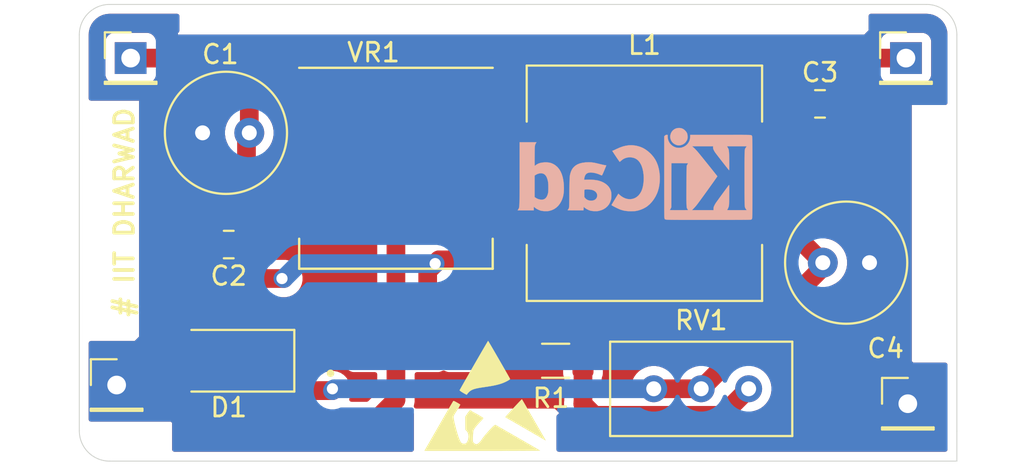
<source format=kicad_pcb>
(kicad_pcb (version 20241229) (generator "pcbnew") (generator_version "9.0")
  (layers (0 "F.Cu" signal) (2 "B.Cu" signal) (13 "F.Paste" user) (15 "B.Paste" user) (5 "F.SilkS" user "F.Silkscreen") (7 "B.SilkS" user "B.Silkscreen") (1 "F.Mask" user) (3 "B.Mask" user) (25 "Edge.Cuts" user))
  (net 0 "")
  (net 1 "Net-(J1-Pin_1)")
  (net 2 "GND")
  (net 3 "Net-(D1-K)")
  (net 4 "Net-(D1-A)")
  (net 5 "Net-(VR1-FB)")
  (footprint "XL6009:DPAK170P1435X465-6N" (layer "F.Cu") (at 151.2 93.37 90)
    (property "Reference" "VR1" (at 8.87 -1.2 180) (layer "F.SilkS"))
    (property "Value" "XL6009")
    (fp_line (start 8.05 -5.18) (end 8.05 5.18) (stroke (width 0.127)) (layer "F.SilkS"))
    (fp_line (start -1.1 -5.18) (end -2.705 -5.18) (stroke (width 0.127)) (layer "F.SilkS"))
    (fp_line (start -2.705 -5.18) (end -2.705 5.18) (stroke (width 0.127)) (layer "F.SilkS"))
    (fp_line (start -1.1 5.18) (end -2.705 5.18) (stroke (width 0.127)) (layer "F.SilkS"))
    (fp_circle (center -8.3 -3.5) (end -8.2 -3.5) (stroke (width 0.2)) (fill no) (layer "F.SilkS"))
    (pad "1" smd rect (at -6.13 -3.4 90) (size 3.21 1.05) (layers "F.Cu" "F.Mask" "F.Paste") (net 2 "GND"))
    (pad "2" smd rect (at -6.13 -1.7 90) (size 3.21 1.05) (layers "F.Cu" "F.Mask" "F.Paste"))
    (pad "3" smd rect (at -6.13 0 90) (size 3.21 1.05) (layers "F.Cu" "F.Mask" "F.Paste") (net 4 "Net-(D1-A)"))
    (pad "4" smd rect (at -6.13 1.7 90) (size 3.21 1.05) (layers "F.Cu" "F.Mask" "F.Paste") (net 1 "Net-(J1-Pin_1)"))
    (pad "5" smd rect (at -6.13 3.4 90) (size 3.21 1.05) (layers "F.Cu" "F.Mask" "F.Paste") (net 5 "Net-(VR1-FB)"))
    (pad "6" smd rect (at 3.5 0 90) (size 8.46 10.53) (layers "F.Cu" "F.Mask") (net 4 "Net-(D1-A)"))
  )
  (footprint "Capacitor_THT:C_Radial_D6.3mm_H11.0mm_P2.50mm" (layer "F.Cu") (at 143.35 88.8 180)
    (property "Reference" "C1" (at 1.55 4.2 0) (layer "F.SilkS"))
    (property "Value" "47uF /50V")
    (fp_circle (center 1.25 0) (end 4.52 0) (stroke (width 0.12)) (fill no) (layer "F.SilkS"))
    (pad "1" thru_hole circle (at 0 0 180) (size 1.6 1.6) (drill 0.8) (layers "*.Cu" "*.Mask") (net 1 "Net-(J1-Pin_1)"))
    (pad "2" thru_hole circle (at 2.5 0 180) (size 1.6 1.6) (drill 0.8) (layers "*.Cu" "*.Mask") (net 2 "GND"))
  )
  (footprint "Potentiometer_THT:Potentiometer_Bourns_3296W_Vertical" (layer "F.Cu") (at 170.08 102.5)
    (property "Reference" "RV1" (at -2.54 -3.66 0) (layer "F.SilkS"))
    (property "Value" "50K")
    (fp_line (start -7.415 -2.52) (end 2.335 -2.52) (stroke (width 0.12)) (layer "F.SilkS"))
    (fp_line (start -7.415 2.53) (end -7.415 -2.52) (stroke (width 0.12)) (layer "F.SilkS"))
    (fp_line (start 2.335 -2.52) (end 2.335 2.53) (stroke (width 0.12)) (layer "F.SilkS"))
    (fp_line (start 2.335 2.53) (end -7.415 2.53) (stroke (width 0.12)) (layer "F.SilkS"))
    (pad "1" thru_hole circle (at 0 0) (size 1.44 1.44) (drill 0.8) (layers "*.Cu" "*.Mask") (net 5 "Net-(VR1-FB)"))
    (pad "2" thru_hole circle (at -2.54 0) (size 1.44 1.44) (drill 0.8) (layers "*.Cu" "*.Mask") (net 3 "Net-(D1-K)"))
    (pad "3" thru_hole circle (at -5.08 0) (size 1.44 1.44) (drill 0.8) (layers "*.Cu" "*.Mask") (net 3 "Net-(D1-K)"))
  )
  (footprint "Connector_PinHeader_2.54mm:PinHeader_1x01_P2.54mm_Vertical" (layer "F.Cu") (at 136.25 102.3)
    (property "Reference" "J2" (hide yes))
    (property "Value" "Conn_01x01_Pin")
    (fp_line (start -1.38 -1.38) (end 0 -1.38) (stroke (width 0.12)) (layer "F.SilkS"))
    (fp_line (start -1.38 0) (end -1.38 -1.38) (stroke (width 0.12)) (layer "F.SilkS"))
    (fp_line (start -1.38 1.27) (end -1.38 1.38) (stroke (width 0.12)) (layer "F.SilkS"))
    (fp_line (start -1.38 1.27) (end 1.38 1.27) (stroke (width 0.12)) (layer "F.SilkS"))
    (fp_line (start -1.38 1.38) (end 1.38 1.38) (stroke (width 0.12)) (layer "F.SilkS"))
    (fp_line (start 1.38 1.27) (end 1.38 1.38) (stroke (width 0.12)) (layer "F.SilkS"))
    (pad "1" thru_hole rect (at 0 0) (size 1.7 1.7) (drill 1) (layers "*.Cu" "*.Mask") (net 2 "GND"))
  )
  (footprint "Resistor_SMD:R_1206_3216Metric" (layer "F.Cu") (at 159.75 101 180)
    (property "Reference" "R1" (at 0.25 -2 0) (layer "F.SilkS"))
    (property "Value" "1K")
    (fp_line (start -0.727064 0.91) (end 0.727064 0.91) (stroke (width 0.12)) (layer "F.SilkS"))
    (fp_line (start -0.727064 -0.91) (end 0.727064 -0.91) (stroke (width 0.12)) (layer "F.SilkS"))
    (pad "1" smd roundrect (at -1.4625 0 180) (size 1.125 1.75) (layers "F.Cu" "F.Mask" "F.Paste") (roundrect_rratio 0.222222) (net 5 "Net-(VR1-FB)"))
    (pad "2" smd roundrect (at 1.4625 0 180) (size 1.125 1.75) (layers "F.Cu" "F.Mask" "F.Paste") (roundrect_rratio 0.222222) (net 2 "GND"))
  )
  (footprint "Diode_SMD:D_SMA" (layer "F.Cu") (at 142.25 101 180)
    (property "Reference" "D1" (at 0 -2.5 0) (layer "F.SilkS"))
    (property "Value" "SS34")
    (fp_line (start -3.51 1.65) (end 2 1.65) (stroke (width 0.12)) (layer "F.SilkS"))
    (fp_line (start -3.51 -1.65) (end 2 -1.65) (stroke (width 0.12)) (layer "F.SilkS"))
    (fp_line (start -3.51 -1.65) (end -3.51 1.65) (stroke (width 0.12)) (layer "F.SilkS"))
    (pad "1" smd roundrect (at -2 0 180) (size 2.5 1.8) (layers "F.Cu" "F.Mask" "F.Paste") (roundrect_rratio 0.1388888889) (net 3 "Net-(D1-K)"))
    (pad "2" smd roundrect (at 2 0 180) (size 2.5 1.8) (layers "F.Cu" "F.Mask" "F.Paste") (roundrect_rratio 0.1388888889) (net 4 "Net-(D1-A)"))
  )
  (footprint "Capacitor_SMD:C_0805_2012Metric" (layer "F.Cu") (at 173.9 87.25)
    (property "Reference" "C3" (at 0 -1.68 0) (layer "F.SilkS"))
    (property "Value" "1uF")
    (fp_line (start -0.261252 -0.735) (end 0.261252 -0.735) (stroke (width 0.12)) (layer "F.SilkS"))
    (fp_line (start -0.261252 0.735) (end 0.261252 0.735) (stroke (width 0.12)) (layer "F.SilkS"))
    (pad "1" smd roundrect (at -0.95 0) (size 1 1.45) (layers "F.Cu" "F.Mask" "F.Paste") (net 3 "Net-(D1-K)"))
    (pad "2" smd roundrect (at 0.95 0) (size 1 1.45) (layers "F.Cu" "F.Mask" "F.Paste") (net 2 "GND"))
  )
  (footprint "Connector_PinHeader_2.54mm:PinHeader_1x01_P2.54mm_Vertical" (layer "F.Cu") (at 178.5 84.8)
    (property "Reference" "J3" (hide yes))
    (property "Value" "Conn_01x01_Pin")
    (fp_line (start -1.38 -1.38) (end 0 -1.38) (stroke (width 0.12)) (layer "F.SilkS"))
    (fp_line (start -1.38 0) (end -1.38 -1.38) (stroke (width 0.12)) (layer "F.SilkS"))
    (fp_line (start -1.38 1.27) (end -1.38 1.38) (stroke (width 0.12)) (layer "F.SilkS"))
    (fp_line (start -1.38 1.27) (end 1.38 1.27) (stroke (width 0.12)) (layer "F.SilkS"))
    (fp_line (start -1.38 1.38) (end 1.38 1.38) (stroke (width 0.12)) (layer "F.SilkS"))
    (fp_line (start 1.38 1.27) (end 1.38 1.38) (stroke (width 0.12)) (layer "F.SilkS"))
    (pad "1" thru_hole rect (at 0 0) (size 1.7 1.7) (drill 1) (layers "*.Cu" "*.Mask") (net 3 "Net-(D1-K)"))
  )
  (footprint "Capacitor_SMD:C_0805_2012Metric" (layer "F.Cu") (at 142.25 94.78 180)
    (property "Reference" "C2" (at 0 -1.68 0) (layer "F.SilkS"))
    (property "Value" "1uF")
    (fp_line (start -0.261252 0.735) (end 0.261252 0.735) (stroke (width 0.12)) (layer "F.SilkS"))
    (fp_line (start -0.261252 -0.735) (end 0.261252 -0.735) (stroke (width 0.12)) (layer "F.SilkS"))
    (pad "1" smd roundrect (at -0.95 0 180) (size 1 1.45) (layers "F.Cu" "F.Mask" "F.Paste") (net 1 "Net-(J1-Pin_1)"))
    (pad "2" smd roundrect (at 0.95 0 180) (size 1 1.45) (layers "F.Cu" "F.Mask" "F.Paste") (net 2 "GND"))
  )
  (footprint "Capacitor_THT:C_Radial_D6.3mm_H11.0mm_P2.50mm" (layer "F.Cu") (at 174.05 95.75)
    (property "Reference" "C4" (at 3.36 4.59 0) (layer "F.SilkS"))
    (property "Value" "220uF /50V")
    (fp_circle (center 1.25 0) (end 4.52 0) (stroke (width 0.12)) (fill no) (layer "F.SilkS"))
    (pad "1" thru_hole circle (at 0 0) (size 1.6 1.6) (drill 0.8) (layers "*.Cu" "*.Mask") (net 3 "Net-(D1-K)"))
    (pad "2" thru_hole circle (at 2.5 0) (size 1.6 1.6) (drill 0.8) (layers "*.Cu" "*.Mask") (net 2 "GND"))
  )
  (footprint "Connector_PinHeader_2.54mm:PinHeader_1x01_P2.54mm_Vertical" (layer "F.Cu") (at 137 84.8)
    (property "Reference" "J1" (hide yes))
    (property "Value" "Conn_01x01_Pin")
    (fp_line (start -1.38 -1.38) (end 0 -1.38) (stroke (width 0.12)) (layer "F.SilkS"))
    (fp_line (start -1.38 0) (end -1.38 -1.38) (stroke (width 0.12)) (layer "F.SilkS"))
    (fp_line (start -1.38 1.27) (end -1.38 1.38) (stroke (width 0.12)) (layer "F.SilkS"))
    (fp_line (start -1.38 1.27) (end 1.38 1.27) (stroke (width 0.12)) (layer "F.SilkS"))
    (fp_line (start -1.38 1.38) (end 1.38 1.38) (stroke (width 0.12)) (layer "F.SilkS"))
    (fp_line (start 1.38 1.27) (end 1.38 1.38) (stroke (width 0.12)) (layer "F.SilkS"))
    (pad "1" thru_hole rect (at 0 0) (size 1.7 1.7) (drill 1) (layers "*.Cu" "*.Mask") (net 1 "Net-(J1-Pin_1)"))
  )
  (footprint "Symbol:ESD-Logo_6.6x6mm_SilkScreen" (layer "F.Cu") (at 155.97824 102.864512)
    (property "Reference" "REF**" (hide yes))
    (property "Value" "ESD-Logo_6.6x6mm_SilkScreen" (hide yes))
    (fp_poly (pts (xy 1.987528 0.234619) (xy 1.998908 0.253693) (xy 2.024488 0.297421) (xy 2.063002 0.363619) (xy 2.113186 0.450102) (xy 2.173775 0.554685) (xy 2.243503 0.675183) (xy 2.321107 0.809412) (xy 2.40532 0.955187) (xy 2.494879 1.110323) (xy 2.586998 1.27) (xy 2.681076 1.433117) (xy 2.771402 1.589709) (xy 2.856665 1.737506) (xy 2.935557 1.87424) (xy 3.006769 1.997642) (xy 3.068991 2.105444) (xy 3.120913 2.195377) (xy 3.161228 2.265173) (xy 3.188624 2.312564) (xy 3.201507 2.334786) (xy 3.222507 2.37233) (xy 3.233925 2.395831) (xy 3.234551 2.39992) (xy 3.220636 2.392242) (xy 3.181941 2.370203) (xy 3.120487 2.334971) (xy 3.038298 2.287711) (xy 2.937396 2.229589) (xy 2.819805 2.161771) (xy 2.687546 2.085424) (xy 2.542642 2.001714) (xy 2.387117 1.911806) (xy 2.222992 1.816867) (xy 2.160549 1.780732) (xy 1.993487 1.684083) (xy 1.834074 1.591938) (xy 1.684355 1.505475) (xy 1.546376 1.425871) (xy 1.422185 1.354305) (xy 1.313827 1.291955) (xy 1.223348 1.239998) (xy 1.152796 1.199613) (xy 1.104215 1.171978) (xy 1.079654 1.158272) (xy 1.077085 1.156974) (xy 1.084569 1.14522) (xy 1.110614 1.113795) (xy 1.152559 1.065594) (xy 1.207746 1.00351) (xy 1.273517 0.930439) (xy 1.347212 0.849276) (xy 1.426173 0.762916) (xy 1.50774 0.674253) (xy 1.589254 0.586182) (xy 1.668057 0.501599) (xy 1.74149 0.423397) (xy 1.806893 0.354472) (xy 1.861608 0.297719) (xy 1.902977 0.256032) (xy 1.917164 0.242363) (xy 1.96418 0.198201) (xy 1.987528 0.234619)) (stroke (width 0.01)) (fill yes) (layer "F.SilkS"))
    (fp_poly (pts (xy 0.164043 -2.914165) (xy 0.187065 -2.876755) (xy 0.222534 -2.817486) (xy 0.268996 -2.738882) (xy 0.324996 -2.643462) (xy 0.389081 -2.53375) (xy 0.459796 -2.412266) (xy 0.535687 -2.281532) (xy 0.615299 -2.14407) (xy 0.697178 -2.002402) (xy 0.77987 -1.859049) (xy 0.861921 -1.716533) (xy 0.941876 -1.577376) (xy 1.018281 -1.444099) (xy 1.089682 -1.319224) (xy 1.154624 -1.205273) (xy 1.211653 -1.104767) (xy 1.259315 -1.020228) (xy 1.296155 -0.954178) (xy 1.32072 -0.909138) (xy 1.331554 -0.88763) (xy 1.331951 -0.886286) (xy 1.318501 -0.868035) (xy 1.281114 -0.840118) (xy 1.224235 -0.805275) (xy 1.152312 -0.766246) (xy 1.077015 -0.729157) (xy 0.97456 -0.684183) (xy 0.866817 -0.643774) (xy 0.750073 -0.607031) (xy 0.620618 -0.573058) (xy 0.47474 -0.540956) (xy 0.308726 -0.509827) (xy 0.118866 -0.478773) (xy -0.077531 -0.449855) (xy -0.248166 -0.4242) (xy -0.391455 -0.398802) (xy -0.510992 -0.372398) (xy -0.61037 -0.343727) (xy -0.693182 -0.311527) (xy -0.763022 -0.274535) (xy -0.823482 -0.231488) (xy -0.878155 -0.181125) (xy -0.895786 -0.162417) (xy -0.934 -0.118861) (xy -0.962268 -0.083318) (xy -0.975382 -0.062417) (xy -0.975732 -0.060703) (xy -0.98032 -0.050194) (xy -0.996242 -0.050076) (xy -1.026734 -0.061746) (xy -1.075032 -0.086604) (xy -1.144373 -0.126048) (xy -1.192561 -0.154413) (xy -1.264417 -0.198753) (xy -1.320258 -0.236721) (xy -1.356333 -0.265584) (xy -1.368887 -0.282612) (xy -1.368879 -0.282736) (xy -1.361094 -0.298963) (xy -1.339108 -0.3396) (xy -1.304197 -0.402433) (xy -1.257637 -0.485248) (xy -1.200705 -0.585828) (xy -1.134677 -0.70196) (xy -1.060828 -0.831429) (xy -0.980436 -0.97202) (xy -0.894776 -1.121518) (xy -0.805124 -1.277708) (xy -0.712757 -1.438376) (xy -0.618951 -1.601307) (xy -0.524982 -1.764287) (xy -0.432126 -1.9251) (xy -0.34166 -2.081532) (xy -0.254859 -2.231367) (xy -0.173 -2.372392) (xy -0.097359 -2.502391) (xy -0.029213 -2.619151) (xy 0.030163 -2.720455) (xy 0.079493 -2.804089) (xy 0.1175 -2.867838) (xy 0.142907 -2.909489) (xy 0.15444 -2.926825) (xy 0.154923 -2.927195) (xy 0.164043 -2.914165)) (stroke (width 0.01)) (fill yes) (layer "F.SilkS"))
    (fp_poly (pts (xy -1.677906 0.291158) (xy -1.645381 0.303736) (xy -1.595807 0.328712) (xy -1.524626 0.367876) (xy -1.519084 0.370988) (xy -1.453526 0.408476) (xy -1.398202 0.441319) (xy -1.358545 0.466205) (xy -1.339988 0.47982) (xy -1.339469 0.480487) (xy -1.343952 0.49939) (xy -1.364514 0.541605) (xy -1.399817 0.604832) (xy -1.44852 0.686772) (xy -1.509282 0.785122) (xy -1.580764 0.897585) (xy -1.598555 0.925165) (xy -1.644907 1.001699) (xy -1.678658 1.067556) (xy -1.696847 1.116782) (xy -1.698714 1.126507) (xy -1.697885 1.169312) (xy -1.688606 1.237209) (xy -1.672032 1.325843) (xy -1.64932 1.430859) (xy -1.621627 1.547902) (xy -1.59011 1.672616) (xy -1.555925 1.800645) (xy -1.520229 1.927634) (xy -1.484179 2.049228) (xy -1.448932 2.161072) (xy -1.415644 2.25881) (xy -1.385472 2.338087) (xy -1.364439 2.385122) (xy -1.339663 2.435225) (xy -1.31627 2.483168) (xy -1.315003 2.485793) (xy -1.276301 2.53422) (xy -1.219816 2.566828) (xy -1.154061 2.582454) (xy -1.087549 2.579937) (xy -1.028795 2.558114) (xy -0.995742 2.529382) (xy -0.948141 2.450583) (xy -0.913261 2.352378) (xy -0.894123 2.244779) (xy -0.891412 2.18378) (xy -0.90233 2.069935) (xy -0.934376 1.97566) (xy -0.989274 1.896379) (xy -1.006393 1.878733) (xy -1.057339 1.829235) (xy -1.060837 1.479362) (xy -1.064336 1.129489) (xy -0.975182 0.994531) (xy -0.933346 0.933445) (xy -0.893055 0.878493) (xy -0.860057 0.837336) (xy -0.845874 0.822192) (xy -0.805719 0.78481) (xy -0.751335 0.814098) (xy -0.716961 0.835084) (xy -0.698154 0.851378) (xy -0.696951 0.854307) (xy -0.684097 0.866728) (xy -0.662104 0.875977) (xy -0.64085 0.884313) (xy -0.608306 0.900149) (xy -0.561678 0.925033) (xy -0.498171 0.960509) (xy -0.414992 1.008123) (xy -0.309347 1.069422) (xy -0.251938 1.102932) (xy -0.184406 1.143071) (xy -0.140115 1.171659) (xy -0.115145 1.192039) (xy -0.105577 1.207553) (xy -0.107492 1.221546) (xy -0.109089 1.224796) (xy -0.124624 1.245266) (xy -0.157864 1.283665) (xy -0.204938 1.335696) (xy -0.261972 1.397066) (xy -0.3113 1.44909) (xy -0.42497 1.572567) (xy -0.513895 1.679591) (xy -0.578866 1.77124) (xy -0.620679 1.848588) (xy -0.634783 1.887866) (xy -0.640608 1.922249) (xy -0.646625 1.980899) (xy -0.652304 2.057117) (xy -0.657116 2.144202) (xy -0.659381 2.199268) (xy -0.662541 2.294464) (xy -0.663931 2.364062) (xy -0.663142 2.413409) (xy -0.659765 2.447854) (xy -0.653392 2.472743) (xy -0.643613 2.493425) (xy -0.635933 2.506053) (xy -0.591579 2.554726) (xy -0.534426 2.588645) (xy -0.474292 2.603438) (xy -0.429227 2.598086) (xy -0.388424 2.57493) (xy -0.337276 2.533462) (xy -0.282958 2.480912) (xy -0.232643 2.424516) (xy -0.193506 2.371505) (xy -0.179095 2.345889) (xy -0.157509 2.310814) (xy -0.118247 2.257389) (xy -0.064898 2.189789) (xy -0.001048 2.11219) (xy 0.069715 2.028768) (xy 0.143804 1.943698) (xy 0.217632 1.861155) (xy 0.287611 1.785316) (xy 0.350155 1.720356) (xy 0.39926 1.672669) (xy 0.453779 1.625032) (xy 0.499642 1.589908) (xy 0.531811 1.570949) (xy 0.542489 1.568864) (xy 0.558853 1.577274) (xy 0.599671 1.599846) (xy 0.662586 1.635224) (xy 0.745244 1.682054) (xy 0.845289 1.738981) (xy 0.960366 1.804649) (xy 1.088119 1.877703) (xy 1.226194 1.956788) (xy 1.372234 2.040548) (xy 1.523884 2.127629) (xy 1.67879 2.216676) (xy 1.834595 2.306332) (xy 1.988944 2.395243) (xy 2.139482 2.482054) (xy 2.283854 2.565409) (xy 2.419704 2.643954) (xy 2.544677 2.716333) (xy 2.656417 2.78119) (xy 2.75257 2.837171) (xy 2.830779 2.88292) (xy 2.888689 2.917083) (xy 2.923946 2.938304) (xy 2.934165 2.944963) (xy 2.920402 2.94628) (xy 2.877104 2.947559) (xy 2.805714 2.948796) (xy 2.707673 2.949983) (xy 2.584422 2.951115) (xy 2.437403 2.952186) (xy 2.268057 2.953189) (xy 2.077826 2.954119) (xy 1.868151 2.954968) (xy 1.640473 2.955732) (xy 1.396235 2.956403) (xy 1.136877 2.956976) (xy 0.863841 2.957444) (xy 0.578568 2.957802) (xy 0.2825 2.958042) (xy -0.022921 2.958159) (xy -0.151076 2.958171) (xy -3.25103 2.958171) (xy -3.029947 2.574847) (xy -2.983144 2.49368) (xy -2.922898 2.389166) (xy -2.851222 2.264801) (xy -2.770131 2.124082) (xy -2.681638 1.970503) (xy -2.58776 1.807562) (xy -2.490509 1.638754) (xy -2.3919 1.467575) (xy -2.293947 1.297521) (xy -2.269175 1.254512) (xy -2.178848 1.097857) (xy -2.092711 0.948803) (xy -2.012058 0.809568) (xy -1.938184 0.682371) (xy -1.872383 0.569432) (xy -1.81595 0.472968) (xy -1.770179 0.3952) (xy -1.736365 0.338346) (xy -1.715802 0.304625) (xy -1.710047 0.29604) (xy -1.697942 0.289189) (xy -1.677906 0.291158)) (stroke (width 0.01)) (fill yes) (layer "F.SilkS"))
  )
  (footprint "Inductor_SMD:L_12x12mm_H8mm" (layer "F.Cu") (at 164.5 91.5)
    (property "Reference" "L1" (at 0 -7.4 0) (layer "F.SilkS"))
    (property "Value" "33uH")
    (fp_line (start -6.3 -6.3) (end 6.3 -6.3) (stroke (width 0.12)) (layer "F.SilkS"))
    (fp_line (start -6.3 -3.3) (end -6.3 -6.3) (stroke (width 0.12)) (layer "F.SilkS"))
    (fp_line (start -6.3 6.3) (end -6.3 3.3) (stroke (width 0.12)) (layer "F.SilkS"))
    (fp_line (start 6.3 -6.3) (end 6.3 -3.3) (stroke (width 0.12)) (layer "F.SilkS"))
    (fp_line (start 6.3 3.3) (end 6.3 6.3) (stroke (width 0.12)) (layer "F.SilkS"))
    (fp_line (start 6.3 6.3) (end -6.3 6.3) (stroke (width 0.12)) (layer "F.SilkS"))
    (pad "1" smd rect (at -4.95 0) (size 2.9 5.4) (layers "F.Cu" "F.Mask" "F.Paste") (net 1 "Net-(J1-Pin_1)"))
    (pad "2" smd rect (at 4.95 0) (size 2.9 5.4) (layers "F.Cu" "F.Mask" "F.Paste") (net 4 "Net-(D1-A)"))
  )
  (footprint "Connector_PinHeader_2.54mm:PinHeader_1x01_P2.54mm_Vertical" (layer "F.Cu") (at 178.6 103.3)
    (property "Reference" "J4" (hide yes))
    (property "Value" "Conn_01x01_Pin")
    (fp_line (start -1.38 -1.38) (end 0 -1.38) (stroke (width 0.12)) (layer "F.SilkS"))
    (fp_line (start -1.38 0) (end -1.38 -1.38) (stroke (width 0.12)) (layer "F.SilkS"))
    (fp_line (start -1.38 1.27) (end -1.38 1.38) (stroke (width 0.12)) (layer "F.SilkS"))
    (fp_line (start -1.38 1.27) (end 1.38 1.27) (stroke (width 0.12)) (layer "F.SilkS"))
    (fp_line (start -1.38 1.38) (end 1.38 1.38) (stroke (width 0.12)) (layer "F.SilkS"))
    (fp_line (start 1.38 1.27) (end 1.38 1.38) (stroke (width 0.12)) (layer "F.SilkS"))
    (pad "1" thru_hole rect (at 0 0) (size 1.7 1.7) (drill 1) (layers "*.Cu" "*.Mask") (net 2 "GND"))
  )
  (footprint "Symbol:KiCad-Logo_5mm_SilkScreen" (layer "B.Cu") (at 164.005698 91.517938 180)
    (property "Reference" "REF**" (hide yes))
    (property "Value" "KiCad-Logo_5mm_SilkScreen" (hide yes))
    (fp_poly (pts (xy -2.273043 2.973429) (xy -2.176768 2.949191) (xy -2.090184 2.906359) (xy -2.015373 2.846581) (xy -1.954418 2.771506) (xy -1.909399 2.68278) (xy -1.883136 2.58647) (xy -1.877286 2.489205) (xy -1.89214 2.395346) (xy -1.92584 2.307489) (xy -1.976528 2.22823) (xy -2.042345 2.160164) (xy -2.121434 2.105888) (xy -2.211934 2.067998) (xy -2.2632 2.055574) (xy -2.307698 2.048053) (xy -2.341999 2.045081) (xy -2.37496 2.046906) (xy -2.415434 2.053775) (xy -2.448531 2.06075) (xy -2.541947 2.092259) (xy -2.625619 2.143383) (xy -2.697665 2.212571) (xy -2.7562 2.298272) (xy -2.770148 2.325511) (xy -2.786586 2.361878) (xy -2.796894 2.392418) (xy -2.80246 2.42455) (xy -2.804669 2.465693) (xy -2.804948 2.511778) (xy -2.800861 2.596135) (xy -2.787446 2.665414) (xy -2.762256 2.726039) (xy -2.722846 2.784433) (xy -2.684298 2.828698) (xy -2.612406 2.894516) (xy -2.537313 2.939947) (xy -2.454562 2.96715) (xy -2.376928 2.977424) (xy -2.273043 2.973429)) (stroke (width 0.01)) (fill yes) (layer "B.SilkS"))
    (fp_poly (pts (xy 0.328429 2.050929) (xy 0.48857 2.029755) (xy 0.65251 1.989615) (xy 0.822313 1.930111) (xy 1.000043 1.850846) (xy 1.01131 1.845301) (xy 1.069005 1.817275) (xy 1.120552 1.793198) (xy 1.162191 1.774751) (xy 1.190162 1.763614) (xy 1.199733 1.761067) (xy 1.21895 1.756059) (xy 1.223561 1.751853) (xy 1.218458 1.74142) (xy 1.202418 1.715132) (xy 1.177288 1.675743) (xy 1.144914 1.626009) (xy 1.107143 1.568685) (xy 1.065822 1.506524) (xy 1.022798 1.442282) (xy 0.979917 1.378715) (xy 0.939026 1.318575) (xy 0.901971 1.26462) (xy 0.8706 1.219603) (xy 0.846759 1.186279) (xy 0.832294 1.167403) (xy 0.830309 1.165213) (xy 0.820191 1.169862) (xy 0.79785 1.187038) (xy 0.76728 1.21356) (xy 0.751536 1.228036) (xy 0.655047 1.303318) (xy 0.548336 1.358759) (xy 0.432832 1.393859) (xy 0.309962 1.40812) (xy 0.240561 1.406949) (xy 0.119423 1.389788) (xy 0.010205 1.353906) (xy -0.087418 1.299041) (xy -0.173772 1.22493) (xy -0.249185 1.131312) (xy -0.313982 1.017924) (xy -0.351399 0.931333) (xy -0.395252 0.795634) (xy -0.427572 0.64815) (xy -0.448443 0.492686) (xy -0.457949 0.333044) (xy -0.456173 0.173027) (xy -0.443197 0.016439) (xy -0.419106 -0.132918) (xy -0.383982 -0.27124) (xy -0.337908 -0.394724) (xy -0.321627 -0.428978) (xy -0.25338 -0.543064) (xy -0.172921 -0.639557) (xy -0.08143 -0.71767) (xy 0.019911 -0.776617) (xy 0.12992 -0.815612) (xy 0.247415 -0.833868) (xy 0.288883 -0.835211) (xy 0.410441 -0.82429) (xy 0.530878 -0.791474) (xy 0.648666 -0.737439) (xy 0.762277 -0.662865) (xy 0.853685 -0.584539) (xy 0.900215 -0.540008) (xy 1.081483 -0.837271) (xy 1.12658 -0.911433) (xy 1.167819 -0.979646) (xy 1.203735 -1.039459) (xy 1.232866 -1.08842) (xy 1.25375 -1.124079) (xy 1.264924 -1.143984) (xy 1.266375 -1.147079) (xy 1.258146 -1.156718) (xy 1.232567 -1.173999) (xy 1.192873 -1.197283) (xy 1.142297 -1.224934) (xy 1.084074 -1.255315) (xy 1.021437 -1.28679) (xy 0.957621 -1.317722) (xy 0.89586 -1.346473) (xy 0.839388 -1.371408) (xy 0.791438 -1.390889) (xy 0.767986 -1.399318) (xy 0.634221 -1.437133) (xy 0.496327 -1.462136) (xy 0.348622 -1.47514) (xy 0.221833 -1.477468) (xy 0.153878 -1.476373) (xy 0.088277 -1.474275) (xy 0.030847 -1.471434) (xy -0.012597 -1.468106) (xy -0.026702 -1.466422) (xy -0.165716 -1.437587) (xy -0.307243 -1.392468) (xy -0.444725 -1.33375) (xy -0.571606 -1.26412) (xy -0.649111 -1.211441) (xy -0.776519 -1.103239) (xy -0.894822 -0.976671) (xy -1.001828 -0.834866) (xy -1.095348 -0.680951) (xy -1.17319 -0.518053) (xy -1.217044 -0.400756) (xy -1.267292 -0.217128) (xy -1.300791 -0.022581) (xy -1.317551 0.178675) (xy -1.317584 0.382432) (xy -1.300899 0.584479) (xy -1.267507 0.780608) (xy -1.21742 0.966609) (xy -1.213603 0.978197) (xy -1.150719 1.14025) (xy -1.073972 1.288168) (xy -0.980758 1.426135) (xy -0.868473 1.558339) (xy -0.824608 1.603601) (xy -0.688466 1.727543) (xy -0.548509 1.830085) (xy -0.402589 1.912344) (xy -0.248558 1.975436) (xy -0.084268 2.020477) (xy 0.011289 2.037967) (xy 0.170023 2.053534) (xy 0.328429 2.050929)) (stroke (width 0.01)) (fill yes) (layer "B.SilkS"))
    (fp_poly (pts (xy 6.186507 0.527755) (xy 6.186526 0.293338) (xy 6.186552 0.080397) (xy 6.186625 -0.112168) (xy 6.186782 -0.285459) (xy 6.187064 -0.440576) (xy 6.187509 -0.57862) (xy 6.188156 -0.700692) (xy 6.189045 -0.807894) (xy 6.190213 -0.901326) (xy 6.191701 -0.98209) (xy 6.193546 -1.051286) (xy 6.195789 -1.110015) (xy 6.198469 -1.159379) (xy 6.201623 -1.200478) (xy 6.205292 -1.234413) (xy 6.209513 -1.262286) (xy 6.214327 -1.285198) (xy 6.219773 -1.304249) (xy 6.225888 -1.32054) (xy 6.232712 -1.335173) (xy 6.240285 -1.349249) (xy 6.248645 -1.363868) (xy 6.253839 -1.372974) (xy 6.288104 -1.433689) (xy 5.429955 -1.433689) (xy 5.429955 -1.337733) (xy 5.429224 -1.29437) (xy 5.427272 -1.261205) (xy 5.424463 -1.243424) (xy 5.423221 -1.241778) (xy 5.411799 -1.248662) (xy 5.389084 -1.266505) (xy 5.366385 -1.285879) (xy 5.3118 -1.326614) (xy 5.242321 -1.367617) (xy 5.16527 -1.405123) (xy 5.087965 -1.435364) (xy 5.057113 -1.445012) (xy 4.988616 -1.459578) (xy 4.905764 -1.469539) (xy 4.816371 -1.474583) (xy 4.728248 -1.474396) (xy 4.649207 -1.468666) (xy 4.611511 -1.462858) (xy 4.473414 -1.424797) (xy 4.346113 -1.367073) (xy 4.230292 -1.290211) (xy 4.126637 -1.194739) (xy 4.035833 -1.081179) (xy 3.969031 -0.970381) (xy 3.914164 -0.853625) (xy 3.872163 -0.734276) (xy 3.842167 -0.608283) (xy 3.823311 -0.471594) (xy 3.814732 -0.320158) (xy 3.814006 -0.242711) (xy 3.8161 -0.185934) (xy 4.645217 -0.185934) (xy 4.645424 -0.279002) (xy 4.648337 -0.366692) (xy 4.654 -0.443772) (xy 4.662455 -0.505009) (xy 4.665038 -0.51735) (xy 4.69684 -0.624633) (xy 4.738498 -0.711658) (xy 4.790363 -0.778642) (xy 4.852781 -0.825805) (xy 4.9261 -0.853365) (xy 5.010669 -0.861541) (xy 5.106835 -0.850551) (xy 5.170311 -0.834829) (xy 5.219454 -0.816639) (xy 5.273583 -0.790791) (xy 5.314244 -0.767089) (xy 5.3848 -0.720721) (xy 5.3848 0.42947) (xy 5.317392 0.473038) (xy 5.238867 0.51396) (xy 5.154681 0.540611) (xy 5.069557 0.552535) (xy 4.988216 0.549278) (xy 4.91538 0.530385) (xy 4.883426 0.514816) (xy 4.825501 0.471819) (xy 4.776544 0.415047) (xy 4.73539 0.342425) (xy 4.700874 0.251879) (xy 4.671833 0.141334) (xy 4.670552 0.135467) (xy 4.660381 0.073212) (xy 4.652739 -0.004594) (xy 4.64767 -0.09272) (xy 4.645217 -0.185934) (xy 3.8161 -0.185934) (xy 3.821857 -0.029895) (xy 3.843802 0.165941) (xy 3.879786 0.344668) (xy 3.929759 0.506155) (xy 3.993668 0.650274) (xy 4.071462 0.776894) (xy 4.163089 0.885885) (xy 4.268497 0.977117) (xy 4.313662 1.008068) (xy 4.414611 1.064215) (xy 4.517901 1.103826) (xy 4.627989 1.127986) (xy 4.74933 1.137781) (xy 4.841836 1.136735) (xy 4.97149 1.125769) (xy 5.084084 1.103954) (xy 5.182875 1.070286) (xy 5.271121 1.023764) (xy 5.319986 0.989552) (xy 5.349353 0.967638) (xy 5.371043 0.952667) (xy 5.379253 0.948267) (xy 5.380868 0.959096) (xy 5.382159 0.989749) (xy 5.383138 1.037474) (xy 5.383817 1.099521) (xy 5.38421 1.173138) (xy 5.38433 1.255573) (xy 5.384188 1.344075) (xy 5.383797 1.435893) (xy 5.383171 1.528276) (xy 5.38232 1.618472) (xy 5.38126 1.703729) (xy 5.380001 1.781297) (xy 5.378556 1.848424) (xy 5.376938 1.902359) (xy 5.375161 1.94035) (xy 5.374669 1.947333) (xy 5.367092 2.017749) (xy 5.355531 2.072898) (xy 5.337792 2.120019) (xy 5.311682 2.166353) (xy 5.305415 2.175933) (xy 5.280983 2.212622) (xy 6.186311 2.212622) (xy 6.186507 0.527755)) (stroke (width 0.01)) (fill yes) (layer "B.SilkS"))
    (fp_poly (pts (xy 2.673574 1.133448) (xy 2.825492 1.113433) (xy 2.960756 1.079798) (xy 3.080239 1.032275) (xy 3.184815 0.970595) (xy 3.262424 0.907035) (xy 3.331265 0.832901) (xy 3.385006 0.753129) (xy 3.42791 0.660909) (xy 3.443384 0.617839) (xy 3.456244 0.578858) (xy 3.467446 0.542711) (xy 3.47712 0.507566) (xy 3.485396 0.47159) (xy 3.492403 0.43295) (xy 3.498272 0.389815) (xy 3.503131 0.340351) (xy 3.50711 0.282727) (xy 3.51034 0.215109) (xy 3.512949 0.135666) (xy 3.515067 0.042564) (xy 3.516824 -0.066027) (xy 3.518349 -0.191942) (xy 3.519772 -0.337012) (xy 3.521025 -0.479778) (xy 3.522351 -0.635968) (xy 3.523556 -0.771239) (xy 3.524766 -0.887246) (xy 3.526106 -0.985645) (xy 3.5277 -1.068093) (xy 3.529675 -1.136246) (xy 3.532156 -1.19176) (xy 3.535269 -1.236292) (xy 3.539138 -1.271498) (xy 3.543889 -1.299034) (xy 3.549648 -1.320556) (xy 3.556539 -1.337722) (xy 3.564689 -1.352186) (xy 3.574223 -1.365606) (xy 3.585266 -1.379638) (xy 3.589566 -1.385071) (xy 3.605386 -1.40791) (xy 3.612422 -1.423463) (xy 3.612444 -1.423922) (xy 3.601567 -1.426121) (xy 3.570582 -1.428147) (xy 3.521957 -1.429942) (xy 3.458163 -1.431451) (xy 3.381669 -1.432616) (xy 3.294944 -1.43338) (xy 3.200457 -1.433686) (xy 3.18955 -1.433689) (xy 2.766657 -1.433689) (xy 2.763395 -1.337622) (xy 2.760133 -1.241556) (xy 2.698044 -1.292543) (xy 2.600714 -1.360057) (xy 2.490813 -1.414749) (xy 2.404349 -1.444978) (xy 2.335278 -1.459666) (xy 2.251925 -1.469659) (xy 2.162159 -1.474646) (xy 2.073845 -1.474313) (xy 1.994851 -1.468351) (xy 1.958622 -1.462638) (xy 1.818603 -1.424776) (xy 1.692178 -1.369932) (xy 1.58026 -1.298924) (xy 1.483762 -1.212568) (xy 1.4036 -1.111679) (xy 1.340687 -0.997076) (xy 1.296312 -0.870984) (xy 1.283978 -0.814401) (xy 1.276368 -0.752202) (xy 1.272739 -0.677363) (xy 1.272245 -0.643467) (xy 1.27231 -0.640282) (xy 2.032248 -0.640282) (xy 2.041541 -0.715333) (xy 2.069728 -0.77916) (xy 2.118197 -0.834798) (xy 2.123254 -0.839211) (xy 2.171548 -0.874037) (xy 2.223257 -0.89662) (xy 2.283989 -0.90854) (xy 2.359352 -0.911383) (xy 2.377459 -0.910978) (xy 2.431278 -0.908325) (xy 2.471308 -0.902909) (xy 2.506324 -0.892745) (xy 2.545103 -0.87585) (xy 2.555745 -0.870672) (xy 2.616396 -0.834844) (xy 2.663215 -0.792212) (xy 2.675952 -0.776973) (xy 2.720622 -0.720462) (xy 2.720622 -0.524586) (xy 2.720086 -0.445939) (xy 2.718396 -0.387988) (xy 2.715428 -0.348875) (xy 2.711057 -0.326741) (xy 2.706972 -0.320274) (xy 2.691047 -0.317111) (xy 2.657264 -0.314488) (xy 2.61034 -0.312655) (xy 2.554993 -0.311857) (xy 2.546106 -0.311842) (xy 2.42533 -0.317096) (xy 2.32266 -0.333263) (xy 2.236106 -0.360961) (xy 2.163681 -0.400808) (xy 2.108751 -0.447758) (xy 2.064204 -0.505645) (xy 2.03948 -0.568693) (xy 2.032248 -0.640282) (xy 1.27231 -0.640282) (xy 1.274178 -0.549712) (xy 1.282522 -0.470812) (xy 1.298768 -0.39959) (xy 1.324405 -0.328864) (xy 1.348401 -0.276493) (xy 1.40702 -0.181196) (xy 1.485117 -0.09317) (xy 1.580315 -0.014017) (xy 1.690238 0.05466) (xy 1.81251 0.111259) (xy 1.944755 0.154179) (xy 2.009422 0.169118) (xy 2.145604 0.191223) (xy 2.294049 0.205806) (xy 2.445505 0.212187) (xy 2.572064 0.210555) (xy 2.73395 0.203776) (xy 2.72653 0.262755) (xy 2.707238 0.361908) (xy 2.676104 0.442628) (xy 2.632269 0.505534) (xy 2.574871 0.551244) (xy 2.503048 0.580378) (xy 2.415941 0.593553) (xy 2.312686 0.591389) (xy 2.274711 0.587388) (xy 2.13352 0.56222) (xy 1.996707 0.521186) (xy 1.902178 0.483185) (xy 1.857018 0.46381) (xy 1.818585 0.44824) (xy 1.792234 0.438595) (xy 1.784546 0.436548) (xy 1.774802 0.445626) (xy 1.758083 0.474595) (xy 1.734232 0.523783) (xy 1.703093 0.593516) (xy 1.664507 0.684121) (xy 1.65791 0.699911) (xy 1.627853 0.772228) (xy 1.600874 0.837575) (xy 1.578136 0.893094) (xy 1.560806 0.935928) (xy 1.550048 0.963219) (xy 1.546941 0.972058) (xy 1.55694 0.976813) (xy 1.583217 0.98209) (xy 1.611489 0.985769) (xy 1.641646 0.990526) (xy 1.689433 0.999972) (xy 1.750612 1.01318) (xy 1.820946 1.029224) (xy 1.896194 1.04718) (xy 1.924755 1.054203) (xy 2.029816 1.079791) (xy 2.11748 1.099853) (xy 2.192068 1.115031) (xy 2.257903 1.125965) (xy 2.319307 1.133296) (xy 2.380602 1.137665) (xy 2.44611 1.139713) (xy 2.504128 1.140111) (xy 2.673574 1.133448)) (stroke (width 0.01)) (fill yes) (layer "B.SilkS"))
    (fp_poly (pts (xy -2.9464 2.510946) (xy -2.935535 2.397007) (xy -2.903918 2.289384) (xy -2.853015 2.190385) (xy -2.784293 2.102316) (xy -2.699219 2.027484) (xy -2.602232 1.969616) (xy -2.495964 1.929995) (xy -2.38895 1.911427) (xy -2.2833 1.912566) (xy -2.181125 1.93207) (xy -2.084534 1.968594) (xy -1.995638 2.020795) (xy -1.916546 2.087327) (xy -1.849369 2.166848) (xy -1.796217 2.258013) (xy -1.759199 2.359477) (xy -1.740427 2.469898) (xy -1.738489 2.519794) (xy -1.738489 2.607733) (xy -1.68656 2.607733) (xy -1.650253 2.604889) (xy -1.623355 2.593089) (xy -1.596249 2.569351) (xy -1.557867 2.530969) (xy -1.557867 0.339398) (xy -1.557876 0.077261) (xy -1.557908 -0.163241) (xy -1.557972 -0.383048) (xy -1.558076 -0.583101) (xy -1.558227 -0.764344) (xy -1.558434 -0.927716) (xy -1.558706 -1.07416) (xy -1.55905 -1.204617) (xy -1.559474 -1.320029) (xy -1.559987 -1.421338) (xy -1.560597 -1.509484) (xy -1.561312 -1.58541) (xy -1.56214 -1.650057) (xy -1.563089 -1.704367) (xy -1.564167 -1.74928) (xy -1.565383 -1.78574) (xy -1.566745 -1.814687) (xy -1.568261 -1.837063) (xy -1.569938 -1.853809) (xy -1.571786 -1.865868) (xy -1.573813 -1.87418) (xy -1.576025 -1.879687) (xy -1.577108 -1.881537) (xy -1.581271 -1.888549) (xy -1.584805 -1.894996) (xy -1.588635 -1.9009) (xy -1.593682 -1.906286) (xy -1.600871 -1.911178) (xy -1.611123 -1.915598) (xy -1.625364 -1.919572) (xy -1.644514 -1.923121) (xy -1.669499 -1.92627) (xy -1.70124 -1.929042) (xy -1.740662 -1.931461) (xy -1.788686 -1.933551) (xy -1.846237 -1.935335) (xy -1.914237 -1.936837) (xy -1.99361 -1.93808) (xy -2.085279 -1.939089) (xy -2.190166 -1.939885) (xy -2.309196 -1.940494) (xy -2.44329 -1.940939) (xy -2.593373 -1.941243) (xy -2.760367 -1.94143) (xy -2.945196 -1.941524) (xy -3.148783 -1.941548) (xy -3.37205 -1.941525) (xy -3.615922 -1.94148) (xy -3.881321 -1.941437) (xy -3.919704 -1.941432) (xy -4.186682 -1.941389) (xy -4.432002 -1.941318) (xy -4.656583 -1.941213) (xy -4.861345 -1.941066) (xy -5.047206 -1.940869) (xy -5.215088 -1.940616) (xy -5.365908 -1.9403) (xy -5.500587 -1.939913) (xy -5.620044 -1.939447) (xy -5.725199 -1.938897) (xy -5.816971 -1.938253) (xy -5.896279 -1.937511) (xy -5.964043 -1.936661) (xy -6.021182 -1.935697) (xy -6.068617 -1.934611) (xy -6.107266 -1.933397) (xy -6.138049 -1.932047) (xy -6.161885 -1.930555) (xy -6.179694 -1.928911) (xy -6.192395 -1.927111) (xy -6.200908 -1.925145) (xy -6.205266 -1.923477) (xy -6.213728 -1.919906) (xy -6.221497 -1.91727) (xy -6.228602 -1.914634) (xy -6.235073 -1.911062) (xy -6.240939 -1.905621) (xy -6.246229 -1.897375) (xy -6.250974 -1.88539) (xy -6.255202 -1.868731) (xy -6.258943 -1.846463) (xy -6.262227 -1.817652) (xy -6.265083 -1.781363) (xy -6.26754 -1.736661) (xy -6.269629 -1.682611) (xy -6.271378 -1.618279) (xy -6.272817 -1.54273) (xy -6.273976 -1.45503) (xy -6.274883 -1.354243) (xy -6.275569 -1.239434) (xy -6.276063 -1.10967) (xy -6.276395 -0.964015) (xy -6.276593 -0.801535) (xy -6.276687 -0.621295) (xy -6.276708 -0.42236) (xy -6.276685 -0.203796) (xy -6.276646 0.035332) (xy -6.276622 0.29596) (xy -6.276622 0.338111) (xy -6.276636 0.601008) (xy -6.276661 0.842268) (xy -6.276671 1.062835) (xy -6.276642 1.263648) (xy -6.276548 1.445651) (xy -6.276362 1.609784) (xy -6.276059 1.756989) (xy -6.275614 1.888208) (xy -6.275034 1.998133) (xy -5.972197 1.998133) (xy -5.932407 1.940289) (xy -5.921236 1.924521) (xy -5.911166 1.910559) (xy -5.902138 1.897216) (xy -5.894097 1.883307) (xy -5.886986 1.867644) (xy -5.880747 1.849042) (xy -5.875325 1.826314) (xy -5.870662 1.798273) (xy -5.866701 1.763733) (xy -5.863385 1.721508) (xy -5.860659 1.670411) (xy -5.858464 1.609256) (xy -5.856745 1.536856) (xy -5.855444 1.452025) (xy -5.854505 1.353578) (xy -5.85387 1.240326) (xy -5.853484 1.111084) (xy -5.853288 0.964666) (xy -5.853227 0.799884) (xy -5.853243 0.615553) (xy -5.85328 0.410487) (xy -5.853289 0.287867) (xy -5.853265 0.070918) (xy -5.853231 -0.124642) (xy -5.853243 -0.299999) (xy -5.853358 -0.456341) (xy -5.85363 -0.594857) (xy -5.854118 -0.716734) (xy -5.854876 -0.82316) (xy -5.855962 -0.915322) (xy -5.857431 -0.994409) (xy -5.85934 -1.061608) (xy -5.861744 -1.118107) (xy -5.864701 -1.165093) (xy -5.868266 -1.203755) (xy -5.872495 -1.23528) (xy -5.877446 -1.260855) (xy -5.883173 -1.28167) (xy -5.889733 -1.298911) (xy -5.897183 -1.313765) (xy -5.905579 -1.327422) (xy -5.914976 -1.341069) (xy -5.925432 -1.355893) (xy -5.931523 -1.364783) (xy -5.970296 -1.4224) (xy -5.438732 -1.4224) (xy -5.315483 -1.422365) (xy -5.212987 -1.422215) (xy -5.12942 -1.421878) (xy -5.062956 -1.421286) (xy -5.011771 -1.420367) (xy -4.974041 -1.419051) (xy -4.94794 -1.417269) (xy -4.931644 -1.414951) (xy -4.923328 -1.412026) (xy -4.921168 -1.408424) (xy -4.923339 -1.404075) (xy -4.924535 -1.402645) (xy -4.949685 -1.365573) (xy -4.975583 -1.312772) (xy -4.999192 -1.25077) (xy -5.007461 -1.224357) (xy -5.012078 -1.206416) (xy -5.015979 -1.185355) (xy -5.019248 -1.159089) (xy -5.021966 -1.125532) (xy -5.024215 -1.082599) (xy -5.026077 -1.028204) (xy -5.027636 -0.960262) (xy -5.028972 -0.876688) (xy -5.030169 -0.775395) (xy -5.031308 -0.6543) (xy -5.031685 -0.6096) (xy -5.032702 -0.484449) (xy -5.03346 -0.380082) (xy -5.033903 -0.294707) (xy -5.03397 -0.226533) (xy -5.033605 -0.173765) (xy -5.032748 -0.134614) (xy -5.031341 -0.107285) (xy -5.029325 -0.089986) (xy -5.026643 -0.080926) (xy -5.023236 -0.078312) (xy -5.019044 -0.080351) (xy -5.014571 -0.084667) (xy -5.004216 -0.097602) (xy -4.982158 -0.126676) (xy -4.949957 -0.169759) (xy -4.909174 -0.224718) (xy -4.86137 -0.289423) (xy -4.808105 -0.361742) (xy -4.75094 -0.439544) (xy -4.691437 -0.520698) (xy -4.631155 -0.603072) (xy -4.571655 -0.684536) (xy -4.514498 -0.762957) (xy -4.461245 -0.836204) (xy -4.413457 -0.902147) (xy -4.372693 -0.958654) (xy -4.340516 -1.003593) (xy -4.318485 -1.034834) (xy -4.313917 -1.041466) (xy -4.290996 -1.078369) (xy -4.264188 -1.126359) (xy -4.238789 -1.175897) (xy -4.235568 -1.182577) (xy -4.21389 -1.230772) (xy -4.201304 -1.268334) (xy -4.195574 -1.30416) (xy -4.194456 -1.3462) (xy -4.19509 -1.4224) (xy -3.040651 -1.4224) (xy -3.131815 -1.328669) (xy -3.178612 -1.278775) (xy -3.228899 -1.222295) (xy -3.274944 -1.168026) (xy -3.295369 -1.142673) (xy -3.325807 -1.103128) (xy -3.365862 -1.049916) (xy -3.414361 -0.984667) (xy -3.470135 -0.909011) (xy -3.532011 -0.824577) (xy -3.598819 -0.732994) (xy -3.669387 -0.635892) (xy -3.742545 -0.534901) (xy -3.817121 -0.43165) (xy -3.891944 -0.327768) (xy -3.965843 -0.224885) (xy -4.037646 -0.124631) (xy -4.106184 -0.028636) (xy -4.170284 0.061473) (xy -4.228775 0.144064) (xy -4.280486 0.217508) (xy -4.324247 0.280176) (xy -4.358885 0.330439) (xy -4.38323 0.366666) (xy -4.396111 0.387229) (xy -4.397869 0.391332) (xy -4.38991 0.402658) (xy -4.369115 0.429838) (xy -4.336847 0.471171) (xy -4.29447 0.524956) (xy -4.243347 0.589494) (xy -4.184841 0.663082) (xy -4.120314 0.744022) (xy -4.051131 0.830612) (xy -3.978653 0.921152) (xy -3.904246 1.01394) (xy -3.844517 1.088298) (xy -2.833511 1.088298) (xy -2.827602 1.075341) (xy -2.813272 1.053092) (xy -2.812225 1.051609) (xy -2.793438 1.021456) (xy -2.773791 0.984625) (xy -2.769892 0.976489) (xy -2.766356 0.96806) (xy -2.76323 0.957941) (xy -2.760486 0.94474) (xy -2.758092 0.927062) (xy -2.756019 0.903516) (xy -2.754235 0.872707) (xy -2.752712 0.833243) (xy -2.751419 0.783731) (xy -2.750326 0.722777) (xy -2.749403 0.648989) (xy -2.748619 0.560972) (xy -2.747945 0.457335) (xy -2.74735 0.336684) (xy -2.746805 0.197626) (xy -2.746279 0.038768) (xy -2.745745 -0.140089) (xy -2.745206 -0.325207) (xy -2.744772 -0.489145) (xy -2.744509 -0.633303) (xy -2.744484 -0.759079) (xy -2.744765 -0.867871) (xy -2.745419 -0.961077) (xy -2.746514 -1.040097) (xy -2.748118 -1.106328) (xy -2.750297 -1.16117) (xy -2.753119 -1.206021) (xy -2.756651 -1.242278) (xy -2.760961 -1.271341) (xy -2.766117 -1.294609) (xy -2.772185 -1.313479) (xy -2.779233 -1.329351) (xy -2.787329 -1.343622) (xy -2.79654 -1.357691) (xy -2.80504 -1.370158) (xy -2.822176 -1.396452) (xy -2.832322 -1.414037) (xy -2.833511 -1.417257) (xy -2.822604 -1.418334) (xy -2.791411 -1.419335) (xy -2.742223 -1.420235) (xy -2.677333 -1.42101) (xy -2.59903 -1.421637) (xy -2.509607 -1.422091) (xy -2.411356 -1.422349) (xy -2.342445 -1.4224) (xy -2.237452 -1.42218) (xy -2.14061 -1.421548) (xy -2.054107 -1.420549) (xy -1.980132 -1.419227) (xy -1.920874 -1.417626) (xy -1.87852 -1.415791) (xy -1.85526 -1.413765) (xy -1.851378 -1.412493) (xy -1.859076 -1.397591) (xy -1.867074 -1.38956) (xy -1.880246 -1.372434) (xy -1.897485 -1.342183) (xy -1.909407 -1.317622) (xy -1.936045 -1.258711) (xy -1.93912 -0.081845) (xy -1.942195 1.095022) (xy -2.387853 1.095022) (xy -2.48567 1.094858) (xy -2.576064 1.094389) (xy -2.65663 1.093653) (xy -2.724962 1.092684) (xy -2.778656 1.09152) (xy -2.815305 1.090197) (xy -2.832504 1.088751) (xy -2.833511 1.088298) (xy -3.844517 1.088298) (xy -3.82927 1.107278) (xy -3.75509 1.199463) (xy -3.683069 1.288796) (xy -3.614569 1.373576) (xy -3.550955 1.452102) (xy -3.493588 1.522674) (xy -3.443833 1.583591) (xy -3.403052 1.633153) (xy -3.385888 1.653822) (xy -3.299596 1.754484) (xy -3.222997 1.837741) (xy -3.154183 1.905562) (xy -3.091248 1.959911) (xy -3.081867 1.967278) (xy -3.042356 1.997883) (xy -4.174116 1.998133) (xy -4.168827 1.950156) (xy -4.17213 1.892812) (xy -4.193661 1.824537) (xy -4.233635 1.744788) (xy -4.278943 1.672505) (xy -4.295161 1.64986) (xy -4.323214 1.612304) (xy -4.36143 1.561979) (xy -4.408137 1.501027) (xy -4.461661 1.431589) (xy -4.520331 1.355806) (xy -4.582475 1.27582) (xy -4.646421 1.193772) (xy -4.710495 1.111804) (xy -4.773027 1.032057) (xy -4.832343 0.956673) (xy -4.886771 0.887793) (xy -4.934639 0.827558) (xy -4.974275 0.778111) (xy -5.004006 0.741592) (xy -5.022161 0.720142) (xy -5.02522 0.716844) (xy -5.028079 0.724851) (xy -5.030293 0.755145) (xy -5.031857 0.807444) (xy -5.032767 0.881469) (xy -5.03302 0.976937) (xy -5.032613 1.093566) (xy -5.031704 1.213555) (xy -5.030382 1.345667) (xy -5.028857 1.457406) (xy -5.026881 1.550975) (xy -5.024206 1.628581) (xy -5.020582 1.692426) (xy -5.015761 1.744717) (xy -5.009494 1.787656) (xy -5.001532 1.823449) (xy -4.991627 1.8543) (xy -4.979531 1.882414) (xy -4.964993 1.909995) (xy -4.950311 1.935034) (xy -4.912314 1.998133) (xy -5.972197 1.998133) (xy -6.275034 1.998133) (xy -6.275001 2.004383) (xy -6.274195 2.106456) (xy -6.27317 2.195367) (xy -6.2719 2.272059) (xy -6.27036 2.337473) (xy -6.268524 2.392551) (xy -6.266367 2.438235) (xy -6.263863 2.475466) (xy -6.260987 2.505187) (xy -6.257713 2.528338) (xy -6.254015 2.545861) (xy -6.249869 2.558699) (xy -6.245247 2.567792) (xy -6.240126 2.574082) (xy -6.234478 2.578512) (xy -6.228279 2.582022) (xy -6.221504 2.585555) (xy -6.215508 2.589124) (xy -6.210275 2.5917) (xy -6.202099 2.594028) (xy -6.189886 2.596122) (xy -6.172541 2.597993) (xy -6.148969 2.599653) (xy -6.118077 2.601116) (xy -6.078768 2.602392) (xy -6.02995 2.603496) (xy -5.970527 2.604439) (xy -5.899404 2.605233) (xy -5.815488 2.605891) (xy -5.717683 2.606425) (xy -5.604894 2.606847) (xy -5.476029 2.607171) (xy -5.329991 2.607408) (xy -5.165686 2.60757) (xy -4.98202 2.60767) (xy -4.777897 2.60772) (xy -4.566753 2.607733) (xy -2.9464 2.607733) (xy -2.9464 2.510946)) (stroke (width 0.01)) (fill yes) (layer "B.SilkS"))
  )
  (gr_arc (start 135.875 106.373461) (mid 134.72704 105.89796) (end 134.251539 104.75) (stroke (width 0.05)) (layer "Edge.Cuts"))
  (gr_line (start 181.224961 83.55) (end 181.224961 104.77204) (stroke (width 0.05)) (layer "Edge.Cuts"))
  (gr_line (start 135.875 81.926539) (end 179.601539 81.926539) (stroke (width 0.05)) (layer "Edge.Cuts"))
  (gr_arc (start 179.601539 81.926539) (mid 180.749499 82.40204) (end 181.225 83.55) (stroke (width 0.05)) (layer "Edge.Cuts"))
  (gr_line (start 181.224961 104.77204) (end 181.224961 106.373461) (stroke (width 0.05)) (layer "Edge.Cuts"))
  (gr_line (start 134.251539 83.55) (end 134.251539 104.75) (stroke (width 0.05)) (layer "Edge.Cuts"))
  (gr_arc (start 134.251539 83.55) (mid 134.72704 82.40204) (end 135.875 81.926539) (stroke (width 0.05)) (layer "Edge.Cuts"))
  (gr_line (start 135.875 106.373461) (end 181.224961 106.373461) (stroke (width 0.05)) (layer "Edge.Cuts"))
  (gr_text "# IIT DHARWAD" (at 137.25 98.75 90) (layer "F.SilkS") (effects (font (size 1 1) (thickness 0.2) (bold yes)) (justify left bottom)))
  (segment (start 143.2 94.78) (end 143.2 88.95) (width 1) (layer "F.Cu") (net 1))
  (segment (start 158.4 95.6) (end 159.55 94.45) (width 1) (layer "F.Cu") (net 1))
  (segment (start 159.55 91.5) (end 159.55 93.35) (width 1) (layer "F.Cu") (net 1))
  (segment (start 159.55 93.35) (end 159.5 93.4) (width 1) (layer "F.Cu") (net 1))
  (segment (start 153.3 95.8) (end 152.9 96.2) (width 1) (layer "F.Cu") (net 1))
  (segment (start 153.5 95.6) (end 158.4 95.6) (width 1) (layer "F.Cu") (net 1))
  (segment (start 141.9 84.8) (end 143.35 86.25) (width 1) (layer "F.Cu") (net 1))
  (segment (start 143.2 88.95) (end 143.35 88.8) (width 1) (layer "F.Cu") (net 1))
  (segment (start 159.55 94.45) (end 159.55 91.5) (width 1) (layer "F.Cu") (net 1))
  (segment (start 152.9 96.2) (end 152.9 99.5) (width 1) (layer "F.Cu") (net 1))
  (segment (start 144.1 96.6) (end 143.2 95.7) (width 1) (layer "F.Cu") (net 1))
  (segment (start 143.2 95.7) (end 143.2 94.78) (width 1) (layer "F.Cu") (net 1))
  (segment (start 143.35 86.25) (end 143.35 88.8) (width 1) (layer "F.Cu") (net 1))
  (segment (start 153.3 95.8) (end 153.5 95.6) (width 1) (layer "F.Cu") (net 1))
  (segment (start 145.2 96.6) (end 144.1 96.6) (width 1) (layer "F.Cu") (net 1))
  (segment (start 137 84.8) (end 141.9 84.8) (width 1) (layer "F.Cu") (net 1))
  (via (at 145.1 96.6) (size 0.9) (drill 0.6) (layers "F.Cu" "B.Cu") (net 1))
  (via (at 153.3 95.8) (size 0.9) (drill 0.6) (layers "F.Cu" "B.Cu") (net 1))
  (segment (start 145.2 96.6) (end 146 95.8) (width 1) (layer "B.Cu") (net 1))
  (segment (start 146 95.8) (end 153.3 95.8) (width 1) (layer "B.Cu") (net 1))
  (segment (start 147.8 102.6) (end 145.85 102.6) (width 1) (layer "F.Cu") (net 3))
  (segment (start 174.05 95.75) (end 174.05 95.99) (width 1) (layer "F.Cu") (net 3))
  (segment (start 173.3 84.8) (end 172.95 85.15) (width 1) (layer "F.Cu") (net 3))
  (segment (start 147.1 102.6) (end 147.8 102.6) (width 1) (layer "F.Cu") (net 3))
  (segment (start 145.85 102.6) (end 144.25 101) (width 1) (layer "F.Cu") (net 3))
  (segment (start 172.95 85.15) (end 172.95 87.25) (width 1) (layer "F.Cu") (net 3))
  (segment (start 174.05 95.99) (end 167.54 102.5) (width 1) (layer "F.Cu") (net 3))
  (segment (start 178.5 84.8) (end 173.3 84.8) (width 1) (layer "F.Cu") (net 3))
  (segment (start 172.95 87.25) (end 172.95 94.65) (width 1) (layer "F.Cu") (net 3))
  (segment (start 172.95 94.65) (end 174.05 95.75) (width 1) (layer "F.Cu") (net 3))
  (segment (start 167.54 102.5) (end 165 102.5) (width 1) (layer "F.Cu") (net 3))
  (via (at 147.8 102.5) (size 0.9) (drill 0.6) (layers "F.Cu" "B.Cu") (net 3))
  (segment (start 147.9 102.5) (end 165 102.5) (width 1) (layer "B.Cu") (net 3))
  (segment (start 147.8 102.6) (end 147.9 102.5) (width 1) (layer "B.Cu") (net 3))
  (segment (start 140.25 101) (end 140.25 103.25) (width 1) (layer "F.Cu") (net 4))
  (segment (start 140.25 103.25) (end 141.2 104.2) (width 1) (layer "F.Cu") (net 4))
  (segment (start 169.45 87.25) (end 167.9 85.7) (width 1) (layer "F.Cu") (net 4))
  (segment (start 141.2 104.2) (end 150.1 104.2) (width 1) (layer "F.Cu") (net 4))
  (segment (start 151.2 103.1) (end 151.2 99.5) (width 1) (layer "F.Cu") (net 4))
  (segment (start 155.37 85.7) (end 151.2 89.87) (width 1) (layer "F.Cu") (net 4))
  (segment (start 169.45 91.5) (end 169.45 87.25) (width 1) (layer "F.Cu") (net 4))
  (segment (start 151.2 99.5) (end 151.2 89.87) (width 1) (layer "F.Cu") (net 4))
  (segment (start 150.1 104.2) (end 151.2 103.1) (width 1) (layer "F.Cu") (net 4))
  (segment (start 167.9 85.7) (end 155.37 85.7) (width 1) (layer "F.Cu") (net 4))
  (segment (start 161.2 103.3) (end 161.2125 103.2875) (width 1) (layer "F.Cu") (net 5))
  (segment (start 161.821 103.921) (end 161.2 103.3) (width 1) (layer "F.Cu") (net 5))
  (segment (start 155.2 98.9) (end 160.6 98.9) (width 1) (layer "F.Cu") (net 5))
  (segment (start 170.08 102.5) (end 168.659 103.921) (width 1) (layer "F.Cu") (net 5))
  (segment (start 161.2125 99.5125) (end 161.2125 101) (width 1) (layer "F.Cu") (net 5))
  (segment (start 160.6 98.9) (end 161.2125 99.5125) (width 1) (layer "F.Cu") (net 5))
  (segment (start 161.2125 103.2875) (end 161.2125 101) (width 1) (layer "F.Cu") (net 5))
  (segment (start 168.659 103.921) (end 161.821 103.921) (width 1) (layer "F.Cu") (net 5))
  (segment (start 154.6 99.5) (end 155.2 98.9) (width 1) (layer "F.Cu") (net 5))
  (zone (net 2) (net_name "GND") (layers "F.Cu" "B.Cu") (connect_pads yes (clearance 0.5)) (min_thickness 0.25) (fill yes (thermal_gap 0.5) (thermal_bridge_width 0.5))
    (polygon (pts (xy 139.53 83.54) (xy 176.27 83.54) (xy 176.5 83.31) (xy 176.5 81.84) (xy 176.65 81.69) (xy 181.28 81.69) (xy 181.28 87.01) (xy 180.98 87.31) (xy 178.81 87.31) (xy 178.81 101.02) (xy 178.89 101.1) (xy 181.12 101.1) (xy 181.12 106.34) (xy 181.05 106.41) (xy 159.87 106.41) (xy 159.79 106.49) (xy 159.79 103.95) (xy 159.94 103.8) (xy 159.7 103.56) (xy 152.16 103.56) (xy 152.16 106.41) (xy 139.29 106.41) (xy 139.22 106.34) (xy 139.22 104.33) (xy 139.15 104.26) (xy 133.91 104.26) (xy 133.91 100.1) (xy 134.07 99.94) (xy 137.22 99.94) (xy 137.45 99.71) (xy 137.45 87.08) (xy 134.21 87.08) (xy 134.21 81.85) (xy 134.29 81.77) (xy 139.46 81.77) (xy 139.61 81.92) (xy 139.61 83.38) (xy 139.53 83.46)))
  )
)
</source>
